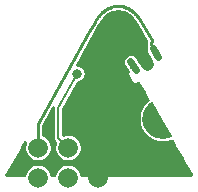
<source format=gbr>
G04 #@! TF.GenerationSoftware,KiCad,Pcbnew,5.0.0-fee4fd1~66~ubuntu18.04.1*
G04 #@! TF.CreationDate,2018-09-18T17:11:03+02:00*
G04 #@! TF.ProjectId,Lulu_star_212,4C756C755F737461725F3231322E6B69,2.1.2*
G04 #@! TF.SameCoordinates,Original*
G04 #@! TF.FileFunction,Copper,L2,Bot,Signal*
G04 #@! TF.FilePolarity,Positive*
%FSLAX46Y46*%
G04 Gerber Fmt 4.6, Leading zero omitted, Abs format (unit mm)*
G04 Created by KiCad (PCBNEW 5.0.0-fee4fd1~66~ubuntu18.04.1) date Tue Sep 18 17:11:03 2018*
%MOMM*%
%LPD*%
G01*
G04 APERTURE LIST*
G04 #@! TA.AperFunction,EtchedComponent*
%ADD10C,0.100000*%
G04 #@! TD*
G04 #@! TA.AperFunction,ViaPad*
%ADD11C,0.400000*%
G04 #@! TD*
G04 #@! TA.AperFunction,ViaPad*
%ADD12C,1.000000*%
G04 #@! TD*
G04 #@! TA.AperFunction,ComponentPad*
%ADD13C,0.600000*%
G04 #@! TD*
G04 #@! TA.AperFunction,Conductor*
%ADD14C,0.600000*%
G04 #@! TD*
G04 #@! TA.AperFunction,ComponentPad*
%ADD15C,1.100000*%
G04 #@! TD*
G04 #@! TA.AperFunction,Conductor*
%ADD16C,1.100000*%
G04 #@! TD*
G04 #@! TA.AperFunction,SMDPad,CuDef*
%ADD17C,2.480000*%
G04 #@! TD*
G04 #@! TA.AperFunction,Conductor*
%ADD18C,0.100000*%
G04 #@! TD*
G04 #@! TA.AperFunction,ComponentPad*
%ADD19C,1.670000*%
G04 #@! TD*
G04 #@! TA.AperFunction,ViaPad*
%ADD20C,0.600000*%
G04 #@! TD*
G04 #@! TA.AperFunction,ViaPad*
%ADD21C,0.800000*%
G04 #@! TD*
G04 #@! TA.AperFunction,Conductor*
%ADD22C,0.150000*%
G04 #@! TD*
G04 #@! TA.AperFunction,Conductor*
%ADD23C,0.250000*%
G04 #@! TD*
G04 #@! TA.AperFunction,Conductor*
%ADD24C,0.254000*%
G04 #@! TD*
G04 APERTURE END LIST*
D10*
G04 #@! TO.C,P1*
G36*
X74442770Y-40829644D02*
X74412770Y-40777682D01*
X74391430Y-40720721D01*
X74365091Y-40655099D01*
X74332411Y-40558497D01*
X74299732Y-40461894D01*
X74280713Y-40368952D01*
X74254014Y-40222708D01*
X74247315Y-40111106D01*
X74245616Y-40008163D01*
X74250257Y-39936202D01*
X74258559Y-39850580D01*
X74272841Y-39715317D01*
X74287482Y-39660676D01*
X74305783Y-39592375D01*
X74327744Y-39510414D01*
X74354706Y-39437112D01*
X74374347Y-39391131D01*
X74397648Y-39331490D01*
X74417289Y-39285510D01*
X74445591Y-39234529D01*
X74473892Y-39183548D01*
X74502193Y-39132567D01*
X74539155Y-39076587D01*
X74563796Y-39039266D01*
X74597097Y-38996946D01*
X74642719Y-38935965D01*
X74693340Y-38883644D01*
X74756283Y-38812664D01*
X74794584Y-38779003D01*
X74832885Y-38745343D01*
X74879847Y-38706683D01*
X74952789Y-38653023D01*
X75025731Y-38599362D01*
X75095013Y-38559362D01*
X75945013Y-40031606D01*
X74472770Y-40881606D01*
X74442770Y-40829644D01*
G37*
G36*
X76743052Y-41533849D02*
X76691090Y-41563849D01*
X76634129Y-41585188D01*
X76568507Y-41611528D01*
X76471905Y-41644208D01*
X76375302Y-41676887D01*
X76282360Y-41695906D01*
X76136116Y-41722605D01*
X76024514Y-41729304D01*
X75921571Y-41731003D01*
X75849610Y-41726362D01*
X75763988Y-41718060D01*
X75628725Y-41703778D01*
X75574084Y-41689137D01*
X75505783Y-41670836D01*
X75423821Y-41648874D01*
X75350520Y-41621913D01*
X75304539Y-41602272D01*
X75244898Y-41578971D01*
X75198918Y-41559330D01*
X75147937Y-41531028D01*
X75096956Y-41502727D01*
X75045975Y-41474426D01*
X74989995Y-41437464D01*
X74952674Y-41412823D01*
X74910354Y-41379522D01*
X74849373Y-41333900D01*
X74797052Y-41283278D01*
X74726071Y-41220336D01*
X74692411Y-41182035D01*
X74658751Y-41143734D01*
X74620091Y-41096772D01*
X74566430Y-41023830D01*
X74512770Y-40950888D01*
X74472770Y-40881606D01*
X75945013Y-40031606D01*
X76795013Y-41503849D01*
X76743052Y-41533849D01*
G37*
G04 #@! TD*
D11*
G04 #@! TO.N,GND*
G04 #@! TO.C,LED1*
X71396115Y-32893469D03*
D12*
X72143258Y-32460365D03*
D13*
G04 #@! TD*
G04 #@! TO.P,LED1,2*
G04 #@! TO.N,+3V3*
X75365987Y-34459020D03*
D14*
G04 #@! TO.N,+3V3*
G04 #@! TO.C,LED1*
X75140307Y-34069702D02*
X75591667Y-34848338D01*
D13*
G04 #@! TD*
G04 #@! TO.P,LED1,1*
G04 #@! TO.N,Net-(LED1-Pad1)*
X73462653Y-35562344D03*
D14*
G04 #@! TO.N,Net-(LED1-Pad1)*
G04 #@! TO.C,LED1*
X73236973Y-35173026D02*
X73688333Y-35951662D01*
D15*
G04 #@! TD*
G04 #@! TO.P,LED1,3*
G04 #@! TO.N,GND*
X74339094Y-34880909D03*
D16*
G04 #@! TO.N,GND*
G04 #@! TO.C,LED1*
X74038188Y-34361818D02*
X74640000Y-35400000D01*
D11*
X72879417Y-32033629D03*
X72575397Y-33205841D03*
X71715557Y-31722539D03*
X72356137Y-31637812D03*
X71915283Y-33294663D03*
X72970042Y-32681666D03*
X71313191Y-32240812D03*
D17*
G04 #@! TD*
G04 #@! TO.P,LED1,*
G04 #@! TO.N,GND*
X72142292Y-32458697D03*
D18*
G04 #@! TO.N,GND*
G04 #@! TO.C,LED1*
G36*
X71684560Y-31306273D02*
X71799721Y-31266956D01*
X71918182Y-31239117D01*
X72038801Y-31223023D01*
X72160416Y-31218830D01*
X72281858Y-31226577D01*
X72401955Y-31246190D01*
X72519550Y-31277479D01*
X72633513Y-31320145D01*
X72742746Y-31373776D01*
X72846196Y-31437854D01*
X72942867Y-31511765D01*
X73031827Y-31594795D01*
X73112221Y-31686144D01*
X73183273Y-31784934D01*
X73206451Y-31824918D01*
X73211724Y-31821861D01*
X74549253Y-34129220D01*
X73582360Y-34689708D01*
X72870023Y-33460863D01*
X72816055Y-33499678D01*
X72710777Y-33560706D01*
X72600024Y-33611121D01*
X72484863Y-33650438D01*
X72366402Y-33678277D01*
X72245783Y-33694371D01*
X72124168Y-33698564D01*
X72002726Y-33690817D01*
X71882629Y-33671204D01*
X71765034Y-33639915D01*
X71651071Y-33597249D01*
X71541838Y-33543618D01*
X71438388Y-33479540D01*
X71341717Y-33405629D01*
X71252757Y-33322599D01*
X71172363Y-33231250D01*
X71101311Y-33132460D01*
X71040283Y-33027182D01*
X70989868Y-32916429D01*
X70950551Y-32801268D01*
X70922712Y-32682807D01*
X70906618Y-32562188D01*
X70902425Y-32440573D01*
X70910172Y-32319131D01*
X70929785Y-32199034D01*
X70961074Y-32081439D01*
X71003740Y-31967476D01*
X71057371Y-31858243D01*
X71121449Y-31754793D01*
X71195360Y-31658122D01*
X71278390Y-31569162D01*
X71369739Y-31488768D01*
X71468529Y-31417716D01*
X71573807Y-31356688D01*
X71684560Y-31306273D01*
X71684560Y-31306273D01*
G37*
G04 #@! TD*
D19*
G04 #@! TO.P,J1,3*
G04 #@! TO.N,GND*
X70478000Y-42488000D03*
X70478000Y-45028000D03*
G04 #@! TO.P,J1,2*
G04 #@! TO.N,/PWM*
X67938000Y-42488000D03*
X67938000Y-45028000D03*
G04 #@! TO.P,J1,1*
G04 #@! TO.N,+3V3*
X65398000Y-45028000D03*
X65398000Y-42488000D03*
G04 #@! TD*
D20*
G04 #@! TO.N,GND*
X71740000Y-44600000D03*
X69208000Y-44600000D03*
X66668000Y-44600000D03*
X64128000Y-44600000D03*
D21*
G04 #@! TO.N,/PWM*
X68730002Y-36220000D03*
G04 #@! TD*
D22*
G04 #@! TO.N,/PWM*
X68730002Y-36220000D02*
X67110000Y-39150000D01*
X67110000Y-39150000D02*
X67110000Y-41720000D01*
X67110000Y-41720000D02*
X67878000Y-42488000D01*
X67878000Y-42488000D02*
X67938000Y-42488000D01*
D23*
G04 #@! TO.N,+3V3*
X74016659Y-31634503D02*
X74058855Y-31699990D01*
X73928043Y-31505879D02*
X73973079Y-31569797D01*
X73784651Y-31320645D02*
X73833883Y-31381277D01*
X73682156Y-31203701D02*
X73734114Y-31261478D01*
X73518147Y-31040265D02*
X73574206Y-31093019D01*
X73881668Y-31443028D02*
X73928043Y-31505879D01*
X73402016Y-30940519D02*
X73460794Y-30989445D01*
X73574206Y-31093019D02*
X73628844Y-31147501D01*
X73341977Y-30893754D02*
X73402016Y-30940519D01*
X73280548Y-30849124D02*
X73341977Y-30893754D01*
X74058855Y-31699990D02*
X74099605Y-31766014D01*
X73088211Y-30729159D02*
X73153694Y-30766747D01*
X72952996Y-30661562D02*
X73021323Y-30694077D01*
X72588480Y-30540634D02*
X72664851Y-30559049D01*
X72510440Y-30525214D02*
X72588480Y-30540634D01*
X73833883Y-31381277D02*
X73881668Y-31443028D01*
X73217782Y-30806746D02*
X73280548Y-30849124D01*
X73153694Y-30766747D02*
X73217782Y-30806746D01*
X73734114Y-31261478D02*
X73784651Y-31320645D01*
X73021323Y-30694077D02*
X73088211Y-30729159D01*
X72492972Y-30522542D02*
X72510440Y-30525214D01*
X72811992Y-30604632D02*
X72883260Y-30631730D01*
X73628844Y-31147501D02*
X73682156Y-31203701D01*
X72883260Y-30631730D02*
X72952996Y-30661562D01*
X73460794Y-30989445D02*
X73518147Y-31040265D01*
X71621125Y-30580354D02*
X71695500Y-30559049D01*
X73973079Y-31569797D02*
X74016659Y-31634503D01*
X72664851Y-30559049D02*
X72739202Y-30580358D01*
X72739202Y-30580358D02*
X72811992Y-30604632D01*
X71621125Y-30580354D02*
X71867458Y-30522542D01*
X71867458Y-30522542D02*
X72070036Y-30500555D01*
X72070036Y-30500555D02*
X72250000Y-30500000D01*
X72250000Y-30500000D02*
X72492972Y-30522542D01*
X74058855Y-31699990D02*
X75040000Y-33390000D01*
X75040000Y-33390000D02*
X74970000Y-33710000D01*
X74970000Y-33710000D02*
X75508299Y-34615080D01*
X71407231Y-30661638D02*
X71476998Y-30631790D01*
X71338849Y-30694200D02*
X71407231Y-30661638D01*
X71271896Y-30729335D02*
X71338849Y-30694200D01*
X71206335Y-30766985D02*
X71271896Y-30729335D01*
X71079331Y-30849453D02*
X71142116Y-30807053D01*
X70957681Y-30940993D02*
X71017825Y-30894144D01*
X70898900Y-30989895D02*
X70957681Y-30940993D01*
X70841472Y-31040804D02*
X70898900Y-30989895D01*
X70785369Y-31093616D02*
X70841472Y-31040804D01*
X71476998Y-30631790D02*
X71548370Y-30604648D01*
X70034756Y-32154737D02*
X70219558Y-31834834D01*
X70525429Y-31382129D02*
X70574637Y-31321531D01*
X69920111Y-32353190D02*
X70034756Y-32154737D01*
X65510000Y-40310000D02*
X69920111Y-32353190D01*
X65398000Y-40522000D02*
X65510000Y-40310000D01*
X70300296Y-31701105D02*
X70342487Y-31635605D01*
X71017825Y-30894144D02*
X71079331Y-30849453D01*
X70477538Y-31444017D02*
X70525429Y-31382129D01*
X71142116Y-30807053D02*
X71206335Y-30766985D01*
X70625249Y-31262279D02*
X70677247Y-31204463D01*
X70259499Y-31767241D02*
X70300296Y-31701105D01*
X70574637Y-31321531D02*
X70625249Y-31262279D01*
X70342487Y-31635605D02*
X70386103Y-31570830D01*
X70730646Y-31148179D02*
X70785369Y-31093616D01*
X65398000Y-42488000D02*
X65398000Y-40522000D01*
X70677247Y-31204463D02*
X70730646Y-31148179D01*
X71548370Y-30604648D02*
X71621125Y-30580354D01*
X70386103Y-31570830D02*
X70431136Y-31506907D01*
X70219558Y-31834834D02*
X70259499Y-31767241D01*
X70431136Y-31506907D02*
X70477538Y-31444017D01*
G04 #@! TD*
D24*
G04 #@! TO.N,GND*
G36*
X72435551Y-30971155D02*
X72491669Y-30982244D01*
X72549553Y-30996201D01*
X72605378Y-31012201D01*
X72660108Y-31030452D01*
X72713985Y-31050937D01*
X72766930Y-31073586D01*
X72819165Y-31098444D01*
X72870646Y-31125445D01*
X72921456Y-31154611D01*
X72971589Y-31185900D01*
X73021160Y-31219369D01*
X73070190Y-31254991D01*
X73118474Y-31292600D01*
X73166256Y-31332372D01*
X73213323Y-31374079D01*
X73259671Y-31417694D01*
X73305250Y-31463143D01*
X73350084Y-31510406D01*
X73394165Y-31559423D01*
X73437294Y-31609917D01*
X73479663Y-31662097D01*
X73521030Y-31715554D01*
X73561405Y-31770274D01*
X73600831Y-31826230D01*
X73639184Y-31883174D01*
X73673221Y-31935998D01*
X74560902Y-33465020D01*
X74534812Y-33584292D01*
X74529803Y-33598141D01*
X74525314Y-33627711D01*
X74523697Y-33635102D01*
X74521989Y-33649612D01*
X74516439Y-33686168D01*
X74516788Y-33693793D01*
X74515896Y-33701367D01*
X74518817Y-33738191D01*
X74520505Y-33775111D01*
X74522334Y-33782518D01*
X74522937Y-33790124D01*
X74532993Y-33825695D01*
X74541845Y-33861552D01*
X74545081Y-33868454D01*
X74545541Y-33870083D01*
X74531458Y-33907701D01*
X74511553Y-34029593D01*
X74515809Y-34153028D01*
X74544065Y-34273260D01*
X74582414Y-34357508D01*
X74926428Y-34950962D01*
X74858287Y-34990559D01*
X74858283Y-34990562D01*
X74794009Y-35027912D01*
X74793986Y-35027922D01*
X74784201Y-35033611D01*
X74770093Y-35041809D01*
X74770064Y-35041830D01*
X74691892Y-35087278D01*
X74617654Y-35130418D01*
X74508389Y-35193911D01*
X74441233Y-35232935D01*
X74441203Y-35232949D01*
X74429475Y-35239768D01*
X74417315Y-35246834D01*
X74417288Y-35246854D01*
X74341408Y-35290971D01*
X74264872Y-35335445D01*
X74264870Y-35335446D01*
X74261435Y-35337442D01*
X74243807Y-35347686D01*
X74152730Y-35400611D01*
X74108520Y-35426301D01*
X73763979Y-34831938D01*
X73709931Y-34756791D01*
X73619640Y-34672519D01*
X73514642Y-34607481D01*
X73398974Y-34564177D01*
X73277082Y-34544272D01*
X73153647Y-34548528D01*
X73033415Y-34576784D01*
X72921005Y-34627953D01*
X72820738Y-34700068D01*
X72736466Y-34790359D01*
X72671428Y-34895357D01*
X72628124Y-35011025D01*
X72608219Y-35132917D01*
X72612475Y-35256352D01*
X72640731Y-35376584D01*
X72679080Y-35460832D01*
X73032328Y-36070216D01*
X73024339Y-36078639D01*
X73023648Y-36079735D01*
X73022764Y-36080684D01*
X73008853Y-36103195D01*
X72994708Y-36125625D01*
X72994243Y-36126838D01*
X72993563Y-36127938D01*
X72984313Y-36152725D01*
X72974814Y-36177490D01*
X72974595Y-36178768D01*
X72974142Y-36179981D01*
X72969904Y-36206108D01*
X72965421Y-36232239D01*
X72965455Y-36233536D01*
X72965248Y-36234814D01*
X72966188Y-36261240D01*
X72966889Y-36287767D01*
X72967176Y-36289034D01*
X72967222Y-36290326D01*
X72973302Y-36316076D01*
X72979163Y-36341944D01*
X72979690Y-36343128D01*
X72979988Y-36344388D01*
X72990988Y-36368487D01*
X72996106Y-36379974D01*
X72996742Y-36381092D01*
X73003055Y-36394922D01*
X73010439Y-36405165D01*
X73013882Y-36411215D01*
X73020492Y-36422832D01*
X73020497Y-36422839D01*
X73038865Y-36455120D01*
X73038866Y-36455122D01*
X73060243Y-36492691D01*
X73060244Y-36492693D01*
X73070936Y-36511484D01*
X73070938Y-36511488D01*
X73073938Y-36516759D01*
X73084630Y-36535550D01*
X73084636Y-36535558D01*
X73087763Y-36541053D01*
X73092310Y-36549044D01*
X73092312Y-36549049D01*
X73113689Y-36586618D01*
X73113690Y-36586620D01*
X73135070Y-36624194D01*
X73135073Y-36624201D01*
X73140739Y-36634157D01*
X73148762Y-36648257D01*
X73148767Y-36648264D01*
X73167135Y-36680545D01*
X73167136Y-36680547D01*
X73188513Y-36718116D01*
X73188514Y-36718118D01*
X73199206Y-36736909D01*
X73199208Y-36736913D01*
X73202208Y-36742184D01*
X73212900Y-36760975D01*
X73212906Y-36760983D01*
X73216480Y-36767263D01*
X73220580Y-36774469D01*
X73220582Y-36774474D01*
X73241959Y-36812043D01*
X73241960Y-36812045D01*
X73263340Y-36849619D01*
X73263343Y-36849626D01*
X73269964Y-36861260D01*
X73277032Y-36873682D01*
X73277037Y-36873689D01*
X73295405Y-36905970D01*
X73295406Y-36905972D01*
X73316783Y-36943541D01*
X73316784Y-36943543D01*
X73327476Y-36962334D01*
X73327478Y-36962338D01*
X73331569Y-36969526D01*
X73339628Y-36983690D01*
X73346805Y-36998934D01*
X73361573Y-37018920D01*
X73375907Y-37039188D01*
X73378056Y-37041227D01*
X73379817Y-37043609D01*
X73398181Y-37060312D01*
X73416212Y-37077412D01*
X73418721Y-37078994D01*
X73420911Y-37080986D01*
X73442160Y-37093773D01*
X73463200Y-37107040D01*
X73465972Y-37108103D01*
X73468506Y-37109628D01*
X73491829Y-37118020D01*
X73515066Y-37126931D01*
X73517993Y-37127433D01*
X73520775Y-37128434D01*
X73545300Y-37132116D01*
X73569816Y-37136321D01*
X73572780Y-37136242D01*
X73575708Y-37136682D01*
X73600487Y-37135508D01*
X73625344Y-37134849D01*
X73628239Y-37134193D01*
X73631194Y-37134053D01*
X73655276Y-37128066D01*
X73679520Y-37122572D01*
X73682227Y-37121366D01*
X73685102Y-37120651D01*
X73707560Y-37110077D01*
X73730260Y-37099962D01*
X73744022Y-37090230D01*
X73747602Y-37088092D01*
X73758960Y-37081312D01*
X73758967Y-37081307D01*
X73771376Y-37073898D01*
X73771380Y-37073895D01*
X73771901Y-37073584D01*
X73784826Y-37065868D01*
X73784829Y-37065867D01*
X73788046Y-37063946D01*
X73796186Y-37059087D01*
X73796188Y-37059085D01*
X73808595Y-37051679D01*
X73808607Y-37051670D01*
X73809138Y-37051353D01*
X73822053Y-37043643D01*
X73822056Y-37043642D01*
X73826610Y-37040923D01*
X73833413Y-37036862D01*
X73833415Y-37036860D01*
X73845822Y-37029454D01*
X73845834Y-37029445D01*
X73846365Y-37029128D01*
X73859280Y-37021418D01*
X73859283Y-37021417D01*
X73862500Y-37019496D01*
X73870640Y-37014637D01*
X73870642Y-37014635D01*
X73883049Y-37007229D01*
X73883061Y-37007220D01*
X73886190Y-37005352D01*
X73889474Y-37011034D01*
X73889475Y-37011035D01*
X74052437Y-37292933D01*
X74196174Y-37541576D01*
X74196175Y-37541578D01*
X74349524Y-37806848D01*
X74349525Y-37806849D01*
X74502872Y-38072114D01*
X74502874Y-38072119D01*
X74668162Y-38358041D01*
X74708079Y-38427092D01*
X74686074Y-38443280D01*
X74681130Y-38447722D01*
X74675563Y-38451346D01*
X74672018Y-38454223D01*
X74625055Y-38492883D01*
X74622931Y-38495012D01*
X74620473Y-38496727D01*
X74617022Y-38499717D01*
X74578759Y-38533344D01*
X74578717Y-38533380D01*
X74540416Y-38567041D01*
X74528082Y-38580226D01*
X74514676Y-38592312D01*
X74511623Y-38595707D01*
X74453396Y-38661368D01*
X74407709Y-38708591D01*
X74396253Y-38723016D01*
X74383646Y-38736441D01*
X74380885Y-38740078D01*
X74337669Y-38797843D01*
X74306816Y-38837052D01*
X74300710Y-38846601D01*
X74293452Y-38855301D01*
X74290910Y-38859094D01*
X74266268Y-38896415D01*
X74266265Y-38896420D01*
X74229310Y-38952390D01*
X74224504Y-38961491D01*
X74218536Y-38969878D01*
X74216292Y-38973855D01*
X74187991Y-39024836D01*
X74159706Y-39075789D01*
X74159692Y-39075813D01*
X74131390Y-39126794D01*
X74125586Y-39140182D01*
X74118399Y-39152870D01*
X74116575Y-39157056D01*
X74096935Y-39203036D01*
X74096081Y-39205739D01*
X74094759Y-39208253D01*
X74093068Y-39212494D01*
X74071628Y-39267372D01*
X74053992Y-39308660D01*
X74052151Y-39314488D01*
X74049414Y-39319955D01*
X74047808Y-39324229D01*
X74020846Y-39397531D01*
X74017682Y-39409684D01*
X74013098Y-39421380D01*
X74011886Y-39425782D01*
X73989935Y-39507707D01*
X73989925Y-39507742D01*
X73971634Y-39576007D01*
X73971624Y-39576042D01*
X73956983Y-39630683D01*
X73953175Y-39653684D01*
X73948160Y-39676443D01*
X73947649Y-39680981D01*
X73933367Y-39816244D01*
X73933366Y-39816319D01*
X73933085Y-39819021D01*
X73924783Y-39904644D01*
X73924786Y-39907649D01*
X73924261Y-39910601D01*
X73923935Y-39915156D01*
X73919294Y-39987117D01*
X73919659Y-39998077D01*
X73918617Y-40008993D01*
X73918661Y-40013559D01*
X73920360Y-40116502D01*
X73920911Y-40121307D01*
X73920661Y-40126139D01*
X73920903Y-40130699D01*
X73927602Y-40242301D01*
X73930341Y-40259525D01*
X73931542Y-40276938D01*
X73932331Y-40281436D01*
X73959030Y-40427680D01*
X73959360Y-40428835D01*
X73959468Y-40430029D01*
X73960352Y-40434508D01*
X73979371Y-40527450D01*
X73984700Y-40544703D01*
X73988543Y-40562343D01*
X73989975Y-40566679D01*
X74022641Y-40663241D01*
X74022656Y-40663286D01*
X74055336Y-40759888D01*
X74058136Y-40766092D01*
X74059952Y-40772654D01*
X74061623Y-40776903D01*
X74086550Y-40839008D01*
X74106554Y-40892403D01*
X74117437Y-40914581D01*
X74127324Y-40937211D01*
X74129579Y-40941181D01*
X74189579Y-41045105D01*
X74189580Y-41045106D01*
X74229580Y-41114388D01*
X74238789Y-41127251D01*
X74246687Y-41140964D01*
X74249367Y-41144661D01*
X74303027Y-41217603D01*
X74303029Y-41217605D01*
X74356690Y-41290547D01*
X74361129Y-41295488D01*
X74364754Y-41301056D01*
X74367631Y-41304602D01*
X74406291Y-41351564D01*
X74408420Y-41353688D01*
X74410135Y-41356146D01*
X74413125Y-41359597D01*
X74480445Y-41436199D01*
X74493630Y-41448533D01*
X74505722Y-41461946D01*
X74509117Y-41464999D01*
X74574782Y-41523227D01*
X74621997Y-41568908D01*
X74636421Y-41580363D01*
X74649849Y-41592973D01*
X74653486Y-41595734D01*
X74711251Y-41638950D01*
X74750460Y-41669803D01*
X74760009Y-41675909D01*
X74768709Y-41683167D01*
X74772502Y-41685710D01*
X74809823Y-41710351D01*
X74809828Y-41710354D01*
X74865798Y-41747309D01*
X74874902Y-41752117D01*
X74883287Y-41758083D01*
X74887263Y-41760327D01*
X74938244Y-41788628D01*
X74989197Y-41816913D01*
X74989221Y-41816927D01*
X75040202Y-41845229D01*
X75053589Y-41851032D01*
X75066278Y-41858220D01*
X75070464Y-41860043D01*
X75116444Y-41879684D01*
X75119147Y-41880538D01*
X75121661Y-41881860D01*
X75125902Y-41883551D01*
X75180794Y-41904997D01*
X75222068Y-41922627D01*
X75227896Y-41924468D01*
X75233365Y-41927206D01*
X75237639Y-41928812D01*
X75310940Y-41955773D01*
X75323093Y-41958937D01*
X75334784Y-41963519D01*
X75339186Y-41964731D01*
X75421089Y-41986677D01*
X75421150Y-41986694D01*
X75489415Y-42004985D01*
X75489450Y-42004995D01*
X75544092Y-42019636D01*
X75567092Y-42023444D01*
X75589852Y-42028459D01*
X75594389Y-42028970D01*
X75729652Y-42043252D01*
X75729727Y-42043253D01*
X75732430Y-42043534D01*
X75818052Y-42051836D01*
X75821058Y-42051833D01*
X75824010Y-42052358D01*
X75828564Y-42052684D01*
X75900526Y-42057325D01*
X75911485Y-42056960D01*
X75922401Y-42058002D01*
X75926967Y-42057958D01*
X76029910Y-42056259D01*
X76034715Y-42055708D01*
X76039547Y-42055958D01*
X76044107Y-42055716D01*
X76155709Y-42049017D01*
X76172933Y-42046278D01*
X76190346Y-42045077D01*
X76194844Y-42044288D01*
X76341088Y-42017589D01*
X76342243Y-42017259D01*
X76343437Y-42017151D01*
X76347916Y-42016267D01*
X76440858Y-41997248D01*
X76458111Y-41991919D01*
X76475751Y-41988076D01*
X76480087Y-41986644D01*
X76576649Y-41953978D01*
X76576694Y-41953963D01*
X76673296Y-41921283D01*
X76679504Y-41918481D01*
X76686066Y-41916665D01*
X76690315Y-41914994D01*
X76717960Y-41903898D01*
X76803121Y-42051214D01*
X76803122Y-42051215D01*
X76966260Y-42333417D01*
X77109821Y-42581756D01*
X77109822Y-42581758D01*
X77263166Y-42847018D01*
X77430376Y-43136294D01*
X77430381Y-43136302D01*
X77569869Y-43377592D01*
X77569871Y-43377597D01*
X77723220Y-43642867D01*
X77723221Y-43642869D01*
X77890432Y-43932117D01*
X78029920Y-44173410D01*
X78029921Y-44173412D01*
X78183270Y-44438682D01*
X78183271Y-44438683D01*
X78336620Y-44703953D01*
X78336621Y-44703954D01*
X78405643Y-44823351D01*
X69082058Y-44823351D01*
X69055345Y-44689057D01*
X68967751Y-44477587D01*
X68840584Y-44287268D01*
X68678732Y-44125416D01*
X68488413Y-43998249D01*
X68276943Y-43910655D01*
X68052447Y-43866000D01*
X67823553Y-43866000D01*
X67599057Y-43910655D01*
X67387587Y-43998249D01*
X67197268Y-44125416D01*
X67035416Y-44287268D01*
X66908249Y-44477587D01*
X66820655Y-44689057D01*
X66793942Y-44823351D01*
X66542058Y-44823351D01*
X66515345Y-44689057D01*
X66427751Y-44477587D01*
X66300584Y-44287268D01*
X66138732Y-44125416D01*
X65948413Y-43998249D01*
X65736943Y-43910655D01*
X65512447Y-43866000D01*
X65283553Y-43866000D01*
X65059057Y-43910655D01*
X64847587Y-43998249D01*
X64657268Y-44125416D01*
X64495416Y-44287268D01*
X64368249Y-44477587D01*
X64280655Y-44689057D01*
X64253942Y-44823351D01*
X62718513Y-44823351D01*
X62723168Y-44815293D01*
X62965285Y-44396201D01*
X62965288Y-44396195D01*
X63207409Y-43977067D01*
X63449530Y-43557941D01*
X63449531Y-43557938D01*
X63691646Y-43138848D01*
X63691649Y-43138842D01*
X63933770Y-42719714D01*
X64175891Y-42300588D01*
X64175892Y-42300585D01*
X64324287Y-42043720D01*
X64280655Y-42149057D01*
X64236000Y-42373553D01*
X64236000Y-42602447D01*
X64280655Y-42826943D01*
X64368249Y-43038413D01*
X64495416Y-43228732D01*
X64657268Y-43390584D01*
X64847587Y-43517751D01*
X65059057Y-43605345D01*
X65283553Y-43650000D01*
X65512447Y-43650000D01*
X65736943Y-43605345D01*
X65948413Y-43517751D01*
X66138732Y-43390584D01*
X66300584Y-43228732D01*
X66427751Y-43038413D01*
X66515345Y-42826943D01*
X66560000Y-42602447D01*
X66560000Y-42373553D01*
X66515345Y-42149057D01*
X66427751Y-41937587D01*
X66300584Y-41747268D01*
X66138732Y-41585416D01*
X65948413Y-41458249D01*
X65850000Y-41417485D01*
X65850000Y-40634057D01*
X65907550Y-40525123D01*
X66714322Y-39069530D01*
X66713817Y-39071195D01*
X66712152Y-39088099D01*
X66708603Y-39104705D01*
X66708281Y-39127403D01*
X66708000Y-39130254D01*
X66708000Y-39147182D01*
X66707479Y-39183883D01*
X66708000Y-39186712D01*
X66708001Y-41700251D01*
X66706056Y-41720000D01*
X66713817Y-41798805D01*
X66732393Y-41860043D01*
X66736804Y-41874583D01*
X66774133Y-41944420D01*
X66794290Y-41968981D01*
X66808827Y-41986694D01*
X66824369Y-42005632D01*
X66839705Y-42018218D01*
X66864557Y-42043070D01*
X66820655Y-42149057D01*
X66776000Y-42373553D01*
X66776000Y-42602447D01*
X66820655Y-42826943D01*
X66908249Y-43038413D01*
X67035416Y-43228732D01*
X67197268Y-43390584D01*
X67387587Y-43517751D01*
X67599057Y-43605345D01*
X67823553Y-43650000D01*
X68052447Y-43650000D01*
X68276943Y-43605345D01*
X68488413Y-43517751D01*
X68678732Y-43390584D01*
X68840584Y-43228732D01*
X68967751Y-43038413D01*
X69055345Y-42826943D01*
X69100000Y-42602447D01*
X69100000Y-42373553D01*
X69055345Y-42149057D01*
X68967751Y-41937587D01*
X68840584Y-41747268D01*
X68678732Y-41585416D01*
X68488413Y-41458249D01*
X68276943Y-41370655D01*
X68052447Y-41326000D01*
X67823553Y-41326000D01*
X67599057Y-41370655D01*
X67512000Y-41406715D01*
X67512000Y-39253732D01*
X68787396Y-36947000D01*
X68801605Y-36947000D01*
X68942060Y-36919062D01*
X69074366Y-36864259D01*
X69193438Y-36784698D01*
X69294700Y-36683436D01*
X69374261Y-36564364D01*
X69429064Y-36432058D01*
X69457002Y-36291603D01*
X69457002Y-36148397D01*
X69429064Y-36007942D01*
X69374261Y-35875636D01*
X69294700Y-35756564D01*
X69193438Y-35655302D01*
X69074366Y-35575741D01*
X68942060Y-35520938D01*
X68801605Y-35493000D01*
X68696636Y-35493000D01*
X70313532Y-32575765D01*
X70415031Y-32400068D01*
X70415036Y-32400061D01*
X70609832Y-32062857D01*
X70646441Y-32000903D01*
X70682697Y-31942129D01*
X70719988Y-31884237D01*
X70758368Y-31827238D01*
X70797793Y-31771276D01*
X70838181Y-31716537D01*
X70879651Y-31662946D01*
X70921969Y-31610832D01*
X70965179Y-31560246D01*
X71009300Y-31511188D01*
X71054232Y-31463829D01*
X71099910Y-31418285D01*
X71146363Y-31374556D01*
X71193442Y-31332821D01*
X71241163Y-31293121D01*
X71289623Y-31255373D01*
X71338740Y-31219684D01*
X71388311Y-31186207D01*
X71438585Y-31154840D01*
X71489550Y-31125573D01*
X71541104Y-31098519D01*
X71593364Y-31073634D01*
X71646292Y-31050990D01*
X71700349Y-31030432D01*
X71744600Y-31015657D01*
X71943771Y-30968913D01*
X72095181Y-30952479D01*
X72229778Y-30952064D01*
X72435551Y-30971155D01*
X72435551Y-30971155D01*
G37*
X72435551Y-30971155D02*
X72491669Y-30982244D01*
X72549553Y-30996201D01*
X72605378Y-31012201D01*
X72660108Y-31030452D01*
X72713985Y-31050937D01*
X72766930Y-31073586D01*
X72819165Y-31098444D01*
X72870646Y-31125445D01*
X72921456Y-31154611D01*
X72971589Y-31185900D01*
X73021160Y-31219369D01*
X73070190Y-31254991D01*
X73118474Y-31292600D01*
X73166256Y-31332372D01*
X73213323Y-31374079D01*
X73259671Y-31417694D01*
X73305250Y-31463143D01*
X73350084Y-31510406D01*
X73394165Y-31559423D01*
X73437294Y-31609917D01*
X73479663Y-31662097D01*
X73521030Y-31715554D01*
X73561405Y-31770274D01*
X73600831Y-31826230D01*
X73639184Y-31883174D01*
X73673221Y-31935998D01*
X74560902Y-33465020D01*
X74534812Y-33584292D01*
X74529803Y-33598141D01*
X74525314Y-33627711D01*
X74523697Y-33635102D01*
X74521989Y-33649612D01*
X74516439Y-33686168D01*
X74516788Y-33693793D01*
X74515896Y-33701367D01*
X74518817Y-33738191D01*
X74520505Y-33775111D01*
X74522334Y-33782518D01*
X74522937Y-33790124D01*
X74532993Y-33825695D01*
X74541845Y-33861552D01*
X74545081Y-33868454D01*
X74545541Y-33870083D01*
X74531458Y-33907701D01*
X74511553Y-34029593D01*
X74515809Y-34153028D01*
X74544065Y-34273260D01*
X74582414Y-34357508D01*
X74926428Y-34950962D01*
X74858287Y-34990559D01*
X74858283Y-34990562D01*
X74794009Y-35027912D01*
X74793986Y-35027922D01*
X74784201Y-35033611D01*
X74770093Y-35041809D01*
X74770064Y-35041830D01*
X74691892Y-35087278D01*
X74617654Y-35130418D01*
X74508389Y-35193911D01*
X74441233Y-35232935D01*
X74441203Y-35232949D01*
X74429475Y-35239768D01*
X74417315Y-35246834D01*
X74417288Y-35246854D01*
X74341408Y-35290971D01*
X74264872Y-35335445D01*
X74264870Y-35335446D01*
X74261435Y-35337442D01*
X74243807Y-35347686D01*
X74152730Y-35400611D01*
X74108520Y-35426301D01*
X73763979Y-34831938D01*
X73709931Y-34756791D01*
X73619640Y-34672519D01*
X73514642Y-34607481D01*
X73398974Y-34564177D01*
X73277082Y-34544272D01*
X73153647Y-34548528D01*
X73033415Y-34576784D01*
X72921005Y-34627953D01*
X72820738Y-34700068D01*
X72736466Y-34790359D01*
X72671428Y-34895357D01*
X72628124Y-35011025D01*
X72608219Y-35132917D01*
X72612475Y-35256352D01*
X72640731Y-35376584D01*
X72679080Y-35460832D01*
X73032328Y-36070216D01*
X73024339Y-36078639D01*
X73023648Y-36079735D01*
X73022764Y-36080684D01*
X73008853Y-36103195D01*
X72994708Y-36125625D01*
X72994243Y-36126838D01*
X72993563Y-36127938D01*
X72984313Y-36152725D01*
X72974814Y-36177490D01*
X72974595Y-36178768D01*
X72974142Y-36179981D01*
X72969904Y-36206108D01*
X72965421Y-36232239D01*
X72965455Y-36233536D01*
X72965248Y-36234814D01*
X72966188Y-36261240D01*
X72966889Y-36287767D01*
X72967176Y-36289034D01*
X72967222Y-36290326D01*
X72973302Y-36316076D01*
X72979163Y-36341944D01*
X72979690Y-36343128D01*
X72979988Y-36344388D01*
X72990988Y-36368487D01*
X72996106Y-36379974D01*
X72996742Y-36381092D01*
X73003055Y-36394922D01*
X73010439Y-36405165D01*
X73013882Y-36411215D01*
X73020492Y-36422832D01*
X73020497Y-36422839D01*
X73038865Y-36455120D01*
X73038866Y-36455122D01*
X73060243Y-36492691D01*
X73060244Y-36492693D01*
X73070936Y-36511484D01*
X73070938Y-36511488D01*
X73073938Y-36516759D01*
X73084630Y-36535550D01*
X73084636Y-36535558D01*
X73087763Y-36541053D01*
X73092310Y-36549044D01*
X73092312Y-36549049D01*
X73113689Y-36586618D01*
X73113690Y-36586620D01*
X73135070Y-36624194D01*
X73135073Y-36624201D01*
X73140739Y-36634157D01*
X73148762Y-36648257D01*
X73148767Y-36648264D01*
X73167135Y-36680545D01*
X73167136Y-36680547D01*
X73188513Y-36718116D01*
X73188514Y-36718118D01*
X73199206Y-36736909D01*
X73199208Y-36736913D01*
X73202208Y-36742184D01*
X73212900Y-36760975D01*
X73212906Y-36760983D01*
X73216480Y-36767263D01*
X73220580Y-36774469D01*
X73220582Y-36774474D01*
X73241959Y-36812043D01*
X73241960Y-36812045D01*
X73263340Y-36849619D01*
X73263343Y-36849626D01*
X73269964Y-36861260D01*
X73277032Y-36873682D01*
X73277037Y-36873689D01*
X73295405Y-36905970D01*
X73295406Y-36905972D01*
X73316783Y-36943541D01*
X73316784Y-36943543D01*
X73327476Y-36962334D01*
X73327478Y-36962338D01*
X73331569Y-36969526D01*
X73339628Y-36983690D01*
X73346805Y-36998934D01*
X73361573Y-37018920D01*
X73375907Y-37039188D01*
X73378056Y-37041227D01*
X73379817Y-37043609D01*
X73398181Y-37060312D01*
X73416212Y-37077412D01*
X73418721Y-37078994D01*
X73420911Y-37080986D01*
X73442160Y-37093773D01*
X73463200Y-37107040D01*
X73465972Y-37108103D01*
X73468506Y-37109628D01*
X73491829Y-37118020D01*
X73515066Y-37126931D01*
X73517993Y-37127433D01*
X73520775Y-37128434D01*
X73545300Y-37132116D01*
X73569816Y-37136321D01*
X73572780Y-37136242D01*
X73575708Y-37136682D01*
X73600487Y-37135508D01*
X73625344Y-37134849D01*
X73628239Y-37134193D01*
X73631194Y-37134053D01*
X73655276Y-37128066D01*
X73679520Y-37122572D01*
X73682227Y-37121366D01*
X73685102Y-37120651D01*
X73707560Y-37110077D01*
X73730260Y-37099962D01*
X73744022Y-37090230D01*
X73747602Y-37088092D01*
X73758960Y-37081312D01*
X73758967Y-37081307D01*
X73771376Y-37073898D01*
X73771380Y-37073895D01*
X73771901Y-37073584D01*
X73784826Y-37065868D01*
X73784829Y-37065867D01*
X73788046Y-37063946D01*
X73796186Y-37059087D01*
X73796188Y-37059085D01*
X73808595Y-37051679D01*
X73808607Y-37051670D01*
X73809138Y-37051353D01*
X73822053Y-37043643D01*
X73822056Y-37043642D01*
X73826610Y-37040923D01*
X73833413Y-37036862D01*
X73833415Y-37036860D01*
X73845822Y-37029454D01*
X73845834Y-37029445D01*
X73846365Y-37029128D01*
X73859280Y-37021418D01*
X73859283Y-37021417D01*
X73862500Y-37019496D01*
X73870640Y-37014637D01*
X73870642Y-37014635D01*
X73883049Y-37007229D01*
X73883061Y-37007220D01*
X73886190Y-37005352D01*
X73889474Y-37011034D01*
X73889475Y-37011035D01*
X74052437Y-37292933D01*
X74196174Y-37541576D01*
X74196175Y-37541578D01*
X74349524Y-37806848D01*
X74349525Y-37806849D01*
X74502872Y-38072114D01*
X74502874Y-38072119D01*
X74668162Y-38358041D01*
X74708079Y-38427092D01*
X74686074Y-38443280D01*
X74681130Y-38447722D01*
X74675563Y-38451346D01*
X74672018Y-38454223D01*
X74625055Y-38492883D01*
X74622931Y-38495012D01*
X74620473Y-38496727D01*
X74617022Y-38499717D01*
X74578759Y-38533344D01*
X74578717Y-38533380D01*
X74540416Y-38567041D01*
X74528082Y-38580226D01*
X74514676Y-38592312D01*
X74511623Y-38595707D01*
X74453396Y-38661368D01*
X74407709Y-38708591D01*
X74396253Y-38723016D01*
X74383646Y-38736441D01*
X74380885Y-38740078D01*
X74337669Y-38797843D01*
X74306816Y-38837052D01*
X74300710Y-38846601D01*
X74293452Y-38855301D01*
X74290910Y-38859094D01*
X74266268Y-38896415D01*
X74266265Y-38896420D01*
X74229310Y-38952390D01*
X74224504Y-38961491D01*
X74218536Y-38969878D01*
X74216292Y-38973855D01*
X74187991Y-39024836D01*
X74159706Y-39075789D01*
X74159692Y-39075813D01*
X74131390Y-39126794D01*
X74125586Y-39140182D01*
X74118399Y-39152870D01*
X74116575Y-39157056D01*
X74096935Y-39203036D01*
X74096081Y-39205739D01*
X74094759Y-39208253D01*
X74093068Y-39212494D01*
X74071628Y-39267372D01*
X74053992Y-39308660D01*
X74052151Y-39314488D01*
X74049414Y-39319955D01*
X74047808Y-39324229D01*
X74020846Y-39397531D01*
X74017682Y-39409684D01*
X74013098Y-39421380D01*
X74011886Y-39425782D01*
X73989935Y-39507707D01*
X73989925Y-39507742D01*
X73971634Y-39576007D01*
X73971624Y-39576042D01*
X73956983Y-39630683D01*
X73953175Y-39653684D01*
X73948160Y-39676443D01*
X73947649Y-39680981D01*
X73933367Y-39816244D01*
X73933366Y-39816319D01*
X73933085Y-39819021D01*
X73924783Y-39904644D01*
X73924786Y-39907649D01*
X73924261Y-39910601D01*
X73923935Y-39915156D01*
X73919294Y-39987117D01*
X73919659Y-39998077D01*
X73918617Y-40008993D01*
X73918661Y-40013559D01*
X73920360Y-40116502D01*
X73920911Y-40121307D01*
X73920661Y-40126139D01*
X73920903Y-40130699D01*
X73927602Y-40242301D01*
X73930341Y-40259525D01*
X73931542Y-40276938D01*
X73932331Y-40281436D01*
X73959030Y-40427680D01*
X73959360Y-40428835D01*
X73959468Y-40430029D01*
X73960352Y-40434508D01*
X73979371Y-40527450D01*
X73984700Y-40544703D01*
X73988543Y-40562343D01*
X73989975Y-40566679D01*
X74022641Y-40663241D01*
X74022656Y-40663286D01*
X74055336Y-40759888D01*
X74058136Y-40766092D01*
X74059952Y-40772654D01*
X74061623Y-40776903D01*
X74086550Y-40839008D01*
X74106554Y-40892403D01*
X74117437Y-40914581D01*
X74127324Y-40937211D01*
X74129579Y-40941181D01*
X74189579Y-41045105D01*
X74189580Y-41045106D01*
X74229580Y-41114388D01*
X74238789Y-41127251D01*
X74246687Y-41140964D01*
X74249367Y-41144661D01*
X74303027Y-41217603D01*
X74303029Y-41217605D01*
X74356690Y-41290547D01*
X74361129Y-41295488D01*
X74364754Y-41301056D01*
X74367631Y-41304602D01*
X74406291Y-41351564D01*
X74408420Y-41353688D01*
X74410135Y-41356146D01*
X74413125Y-41359597D01*
X74480445Y-41436199D01*
X74493630Y-41448533D01*
X74505722Y-41461946D01*
X74509117Y-41464999D01*
X74574782Y-41523227D01*
X74621997Y-41568908D01*
X74636421Y-41580363D01*
X74649849Y-41592973D01*
X74653486Y-41595734D01*
X74711251Y-41638950D01*
X74750460Y-41669803D01*
X74760009Y-41675909D01*
X74768709Y-41683167D01*
X74772502Y-41685710D01*
X74809823Y-41710351D01*
X74809828Y-41710354D01*
X74865798Y-41747309D01*
X74874902Y-41752117D01*
X74883287Y-41758083D01*
X74887263Y-41760327D01*
X74938244Y-41788628D01*
X74989197Y-41816913D01*
X74989221Y-41816927D01*
X75040202Y-41845229D01*
X75053589Y-41851032D01*
X75066278Y-41858220D01*
X75070464Y-41860043D01*
X75116444Y-41879684D01*
X75119147Y-41880538D01*
X75121661Y-41881860D01*
X75125902Y-41883551D01*
X75180794Y-41904997D01*
X75222068Y-41922627D01*
X75227896Y-41924468D01*
X75233365Y-41927206D01*
X75237639Y-41928812D01*
X75310940Y-41955773D01*
X75323093Y-41958937D01*
X75334784Y-41963519D01*
X75339186Y-41964731D01*
X75421089Y-41986677D01*
X75421150Y-41986694D01*
X75489415Y-42004985D01*
X75489450Y-42004995D01*
X75544092Y-42019636D01*
X75567092Y-42023444D01*
X75589852Y-42028459D01*
X75594389Y-42028970D01*
X75729652Y-42043252D01*
X75729727Y-42043253D01*
X75732430Y-42043534D01*
X75818052Y-42051836D01*
X75821058Y-42051833D01*
X75824010Y-42052358D01*
X75828564Y-42052684D01*
X75900526Y-42057325D01*
X75911485Y-42056960D01*
X75922401Y-42058002D01*
X75926967Y-42057958D01*
X76029910Y-42056259D01*
X76034715Y-42055708D01*
X76039547Y-42055958D01*
X76044107Y-42055716D01*
X76155709Y-42049017D01*
X76172933Y-42046278D01*
X76190346Y-42045077D01*
X76194844Y-42044288D01*
X76341088Y-42017589D01*
X76342243Y-42017259D01*
X76343437Y-42017151D01*
X76347916Y-42016267D01*
X76440858Y-41997248D01*
X76458111Y-41991919D01*
X76475751Y-41988076D01*
X76480087Y-41986644D01*
X76576649Y-41953978D01*
X76576694Y-41953963D01*
X76673296Y-41921283D01*
X76679504Y-41918481D01*
X76686066Y-41916665D01*
X76690315Y-41914994D01*
X76717960Y-41903898D01*
X76803121Y-42051214D01*
X76803122Y-42051215D01*
X76966260Y-42333417D01*
X77109821Y-42581756D01*
X77109822Y-42581758D01*
X77263166Y-42847018D01*
X77430376Y-43136294D01*
X77430381Y-43136302D01*
X77569869Y-43377592D01*
X77569871Y-43377597D01*
X77723220Y-43642867D01*
X77723221Y-43642869D01*
X77890432Y-43932117D01*
X78029920Y-44173410D01*
X78029921Y-44173412D01*
X78183270Y-44438682D01*
X78183271Y-44438683D01*
X78336620Y-44703953D01*
X78336621Y-44703954D01*
X78405643Y-44823351D01*
X69082058Y-44823351D01*
X69055345Y-44689057D01*
X68967751Y-44477587D01*
X68840584Y-44287268D01*
X68678732Y-44125416D01*
X68488413Y-43998249D01*
X68276943Y-43910655D01*
X68052447Y-43866000D01*
X67823553Y-43866000D01*
X67599057Y-43910655D01*
X67387587Y-43998249D01*
X67197268Y-44125416D01*
X67035416Y-44287268D01*
X66908249Y-44477587D01*
X66820655Y-44689057D01*
X66793942Y-44823351D01*
X66542058Y-44823351D01*
X66515345Y-44689057D01*
X66427751Y-44477587D01*
X66300584Y-44287268D01*
X66138732Y-44125416D01*
X65948413Y-43998249D01*
X65736943Y-43910655D01*
X65512447Y-43866000D01*
X65283553Y-43866000D01*
X65059057Y-43910655D01*
X64847587Y-43998249D01*
X64657268Y-44125416D01*
X64495416Y-44287268D01*
X64368249Y-44477587D01*
X64280655Y-44689057D01*
X64253942Y-44823351D01*
X62718513Y-44823351D01*
X62723168Y-44815293D01*
X62965285Y-44396201D01*
X62965288Y-44396195D01*
X63207409Y-43977067D01*
X63449530Y-43557941D01*
X63449531Y-43557938D01*
X63691646Y-43138848D01*
X63691649Y-43138842D01*
X63933770Y-42719714D01*
X64175891Y-42300588D01*
X64175892Y-42300585D01*
X64324287Y-42043720D01*
X64280655Y-42149057D01*
X64236000Y-42373553D01*
X64236000Y-42602447D01*
X64280655Y-42826943D01*
X64368249Y-43038413D01*
X64495416Y-43228732D01*
X64657268Y-43390584D01*
X64847587Y-43517751D01*
X65059057Y-43605345D01*
X65283553Y-43650000D01*
X65512447Y-43650000D01*
X65736943Y-43605345D01*
X65948413Y-43517751D01*
X66138732Y-43390584D01*
X66300584Y-43228732D01*
X66427751Y-43038413D01*
X66515345Y-42826943D01*
X66560000Y-42602447D01*
X66560000Y-42373553D01*
X66515345Y-42149057D01*
X66427751Y-41937587D01*
X66300584Y-41747268D01*
X66138732Y-41585416D01*
X65948413Y-41458249D01*
X65850000Y-41417485D01*
X65850000Y-40634057D01*
X65907550Y-40525123D01*
X66714322Y-39069530D01*
X66713817Y-39071195D01*
X66712152Y-39088099D01*
X66708603Y-39104705D01*
X66708281Y-39127403D01*
X66708000Y-39130254D01*
X66708000Y-39147182D01*
X66707479Y-39183883D01*
X66708000Y-39186712D01*
X66708001Y-41700251D01*
X66706056Y-41720000D01*
X66713817Y-41798805D01*
X66732393Y-41860043D01*
X66736804Y-41874583D01*
X66774133Y-41944420D01*
X66794290Y-41968981D01*
X66808827Y-41986694D01*
X66824369Y-42005632D01*
X66839705Y-42018218D01*
X66864557Y-42043070D01*
X66820655Y-42149057D01*
X66776000Y-42373553D01*
X66776000Y-42602447D01*
X66820655Y-42826943D01*
X66908249Y-43038413D01*
X67035416Y-43228732D01*
X67197268Y-43390584D01*
X67387587Y-43517751D01*
X67599057Y-43605345D01*
X67823553Y-43650000D01*
X68052447Y-43650000D01*
X68276943Y-43605345D01*
X68488413Y-43517751D01*
X68678732Y-43390584D01*
X68840584Y-43228732D01*
X68967751Y-43038413D01*
X69055345Y-42826943D01*
X69100000Y-42602447D01*
X69100000Y-42373553D01*
X69055345Y-42149057D01*
X68967751Y-41937587D01*
X68840584Y-41747268D01*
X68678732Y-41585416D01*
X68488413Y-41458249D01*
X68276943Y-41370655D01*
X68052447Y-41326000D01*
X67823553Y-41326000D01*
X67599057Y-41370655D01*
X67512000Y-41406715D01*
X67512000Y-39253732D01*
X68787396Y-36947000D01*
X68801605Y-36947000D01*
X68942060Y-36919062D01*
X69074366Y-36864259D01*
X69193438Y-36784698D01*
X69294700Y-36683436D01*
X69374261Y-36564364D01*
X69429064Y-36432058D01*
X69457002Y-36291603D01*
X69457002Y-36148397D01*
X69429064Y-36007942D01*
X69374261Y-35875636D01*
X69294700Y-35756564D01*
X69193438Y-35655302D01*
X69074366Y-35575741D01*
X68942060Y-35520938D01*
X68801605Y-35493000D01*
X68696636Y-35493000D01*
X70313532Y-32575765D01*
X70415031Y-32400068D01*
X70415036Y-32400061D01*
X70609832Y-32062857D01*
X70646441Y-32000903D01*
X70682697Y-31942129D01*
X70719988Y-31884237D01*
X70758368Y-31827238D01*
X70797793Y-31771276D01*
X70838181Y-31716537D01*
X70879651Y-31662946D01*
X70921969Y-31610832D01*
X70965179Y-31560246D01*
X71009300Y-31511188D01*
X71054232Y-31463829D01*
X71099910Y-31418285D01*
X71146363Y-31374556D01*
X71193442Y-31332821D01*
X71241163Y-31293121D01*
X71289623Y-31255373D01*
X71338740Y-31219684D01*
X71388311Y-31186207D01*
X71438585Y-31154840D01*
X71489550Y-31125573D01*
X71541104Y-31098519D01*
X71593364Y-31073634D01*
X71646292Y-31050990D01*
X71700349Y-31030432D01*
X71744600Y-31015657D01*
X71943771Y-30968913D01*
X72095181Y-30952479D01*
X72229778Y-30952064D01*
X72435551Y-30971155D01*
G04 #@! TD*
M02*

</source>
